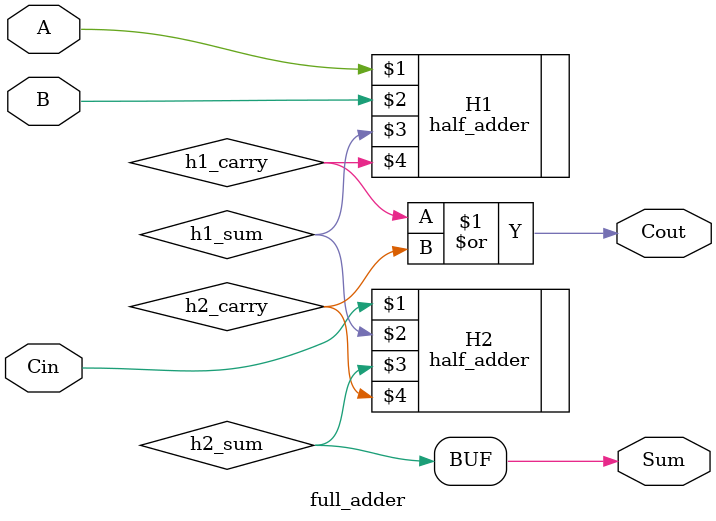
<source format=v>
module full_adder(A,B,Cin,Sum,Cout);
    input wire A, B, Cin;
    output wire Sum, Cout;

    wire h1_sum, h1_carry, h2_sum, h2_carry;

    half_adder H1(A,B,h1_sum,h1_carry);
    half_adder H2(Cin, h1_sum, h2_sum, h2_carry);

    assign Sum = h2_sum;
    assign Cout = h1_carry | h2_carry;

endmodule
</source>
